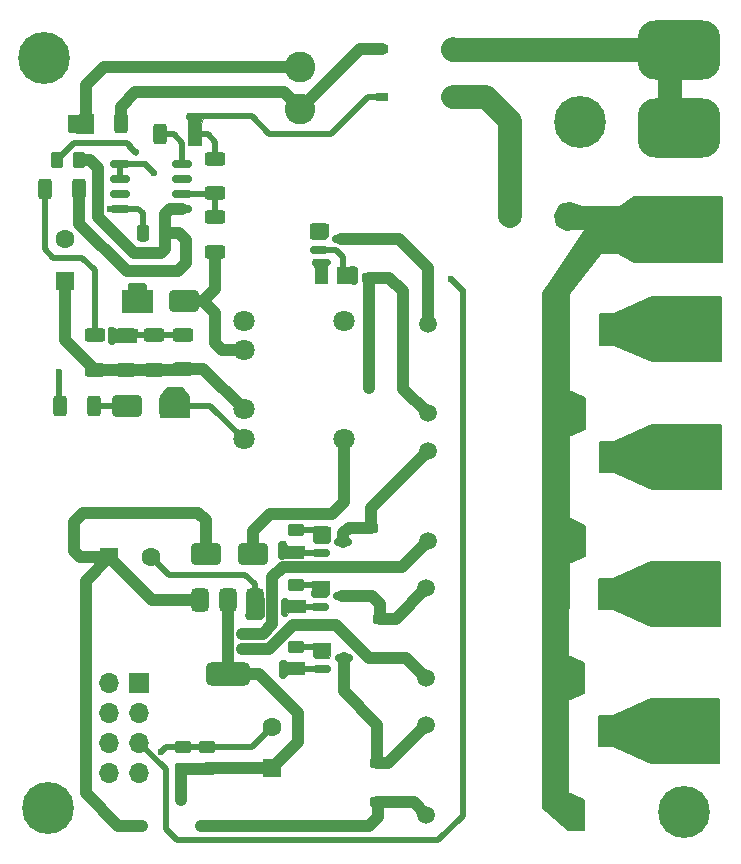
<source format=gtl>
G04 #@! TF.GenerationSoftware,KiCad,Pcbnew,8.0.2-8.0.2-0~ubuntu22.04.1*
G04 #@! TF.CreationDate,2024-05-24T15:40:40+07:00*
G04 #@! TF.ProjectId,PCB_design,5043425f-6465-4736-9967-6e2e6b696361,rev?*
G04 #@! TF.SameCoordinates,Original*
G04 #@! TF.FileFunction,Copper,L1,Top*
G04 #@! TF.FilePolarity,Positive*
%FSLAX46Y46*%
G04 Gerber Fmt 4.6, Leading zero omitted, Abs format (unit mm)*
G04 Created by KiCad (PCBNEW 8.0.2-8.0.2-0~ubuntu22.04.1) date 2024-05-24 15:40:40*
%MOMM*%
%LPD*%
G01*
G04 APERTURE LIST*
G04 Aperture macros list*
%AMRoundRect*
0 Rectangle with rounded corners*
0 $1 Rounding radius*
0 $2 $3 $4 $5 $6 $7 $8 $9 X,Y pos of 4 corners*
0 Add a 4 corners polygon primitive as box body*
4,1,4,$2,$3,$4,$5,$6,$7,$8,$9,$2,$3,0*
0 Add four circle primitives for the rounded corners*
1,1,$1+$1,$2,$3*
1,1,$1+$1,$4,$5*
1,1,$1+$1,$6,$7*
1,1,$1+$1,$8,$9*
0 Add four rect primitives between the rounded corners*
20,1,$1+$1,$2,$3,$4,$5,0*
20,1,$1+$1,$4,$5,$6,$7,0*
20,1,$1+$1,$6,$7,$8,$9,0*
20,1,$1+$1,$8,$9,$2,$3,0*%
G04 Aperture macros list end*
G04 #@! TA.AperFunction,Conductor*
%ADD10C,0.010000*%
G04 #@! TD*
G04 #@! TA.AperFunction,Conductor*
%ADD11C,0.200000*%
G04 #@! TD*
G04 #@! TA.AperFunction,SMDPad,CuDef*
%ADD12RoundRect,0.250000X0.262500X0.450000X-0.262500X0.450000X-0.262500X-0.450000X0.262500X-0.450000X0*%
G04 #@! TD*
G04 #@! TA.AperFunction,SMDPad,CuDef*
%ADD13RoundRect,0.225000X0.375000X-0.225000X0.375000X0.225000X-0.375000X0.225000X-0.375000X-0.225000X0*%
G04 #@! TD*
G04 #@! TA.AperFunction,SMDPad,CuDef*
%ADD14RoundRect,0.250000X-0.475000X0.250000X-0.475000X-0.250000X0.475000X-0.250000X0.475000X0.250000X0*%
G04 #@! TD*
G04 #@! TA.AperFunction,SMDPad,CuDef*
%ADD15RoundRect,0.250000X-0.312500X-0.625000X0.312500X-0.625000X0.312500X0.625000X-0.312500X0.625000X0*%
G04 #@! TD*
G04 #@! TA.AperFunction,ComponentPad*
%ADD16C,0.700000*%
G04 #@! TD*
G04 #@! TA.AperFunction,ComponentPad*
%ADD17RoundRect,1.500000X2.000000X-1.000000X2.000000X1.000000X-2.000000X1.000000X-2.000000X-1.000000X0*%
G04 #@! TD*
G04 #@! TA.AperFunction,SMDPad,CuDef*
%ADD18RoundRect,0.250000X0.450000X-0.262500X0.450000X0.262500X-0.450000X0.262500X-0.450000X-0.262500X0*%
G04 #@! TD*
G04 #@! TA.AperFunction,ComponentPad*
%ADD19C,4.400000*%
G04 #@! TD*
G04 #@! TA.AperFunction,ComponentPad*
%ADD20C,1.600000*%
G04 #@! TD*
G04 #@! TA.AperFunction,ComponentPad*
%ADD21R,1.600000X1.600000*%
G04 #@! TD*
G04 #@! TA.AperFunction,SMDPad,CuDef*
%ADD22RoundRect,0.150000X0.675000X0.150000X-0.675000X0.150000X-0.675000X-0.150000X0.675000X-0.150000X0*%
G04 #@! TD*
G04 #@! TA.AperFunction,ComponentPad*
%ADD23C,1.500000*%
G04 #@! TD*
G04 #@! TA.AperFunction,ComponentPad*
%ADD24R,1.000000X2.400000*%
G04 #@! TD*
G04 #@! TA.AperFunction,ComponentPad*
%ADD25C,1.524000*%
G04 #@! TD*
G04 #@! TA.AperFunction,SMDPad,CuDef*
%ADD26RoundRect,0.250000X-1.000000X-0.650000X1.000000X-0.650000X1.000000X0.650000X-1.000000X0.650000X0*%
G04 #@! TD*
G04 #@! TA.AperFunction,SMDPad,CuDef*
%ADD27RoundRect,0.250000X0.625000X-0.312500X0.625000X0.312500X-0.625000X0.312500X-0.625000X-0.312500X0*%
G04 #@! TD*
G04 #@! TA.AperFunction,ComponentPad*
%ADD28C,2.000000*%
G04 #@! TD*
G04 #@! TA.AperFunction,SMDPad,CuDef*
%ADD29RoundRect,0.150000X-0.587500X-0.150000X0.587500X-0.150000X0.587500X0.150000X-0.587500X0.150000X0*%
G04 #@! TD*
G04 #@! TA.AperFunction,ComponentPad*
%ADD30O,1.700000X1.700000*%
G04 #@! TD*
G04 #@! TA.AperFunction,ComponentPad*
%ADD31R,1.700000X1.700000*%
G04 #@! TD*
G04 #@! TA.AperFunction,ComponentPad*
%ADD32C,2.600000*%
G04 #@! TD*
G04 #@! TA.AperFunction,SMDPad,CuDef*
%ADD33RoundRect,0.375000X-0.375000X0.625000X-0.375000X-0.625000X0.375000X-0.625000X0.375000X0.625000X0*%
G04 #@! TD*
G04 #@! TA.AperFunction,SMDPad,CuDef*
%ADD34RoundRect,0.500000X-1.400000X0.500000X-1.400000X-0.500000X1.400000X-0.500000X1.400000X0.500000X0*%
G04 #@! TD*
G04 #@! TA.AperFunction,SMDPad,CuDef*
%ADD35RoundRect,0.250000X-0.625000X0.312500X-0.625000X-0.312500X0.625000X-0.312500X0.625000X0.312500X0*%
G04 #@! TD*
G04 #@! TA.AperFunction,SMDPad,CuDef*
%ADD36RoundRect,0.250000X0.312500X0.625000X-0.312500X0.625000X-0.312500X-0.625000X0.312500X-0.625000X0*%
G04 #@! TD*
G04 #@! TA.AperFunction,SMDPad,CuDef*
%ADD37RoundRect,0.250000X-0.450000X0.262500X-0.450000X-0.262500X0.450000X-0.262500X0.450000X0.262500X0*%
G04 #@! TD*
G04 #@! TA.AperFunction,SMDPad,CuDef*
%ADD38RoundRect,0.250000X0.650000X-0.325000X0.650000X0.325000X-0.650000X0.325000X-0.650000X-0.325000X0*%
G04 #@! TD*
G04 #@! TA.AperFunction,ComponentPad*
%ADD39C,1.800000*%
G04 #@! TD*
G04 #@! TA.AperFunction,SMDPad,CuDef*
%ADD40R,1.000000X0.700000*%
G04 #@! TD*
G04 #@! TA.AperFunction,SMDPad,CuDef*
%ADD41RoundRect,0.250000X0.250000X0.475000X-0.250000X0.475000X-0.250000X-0.475000X0.250000X-0.475000X0*%
G04 #@! TD*
G04 #@! TA.AperFunction,ViaPad*
%ADD42C,0.600000*%
G04 #@! TD*
G04 #@! TA.AperFunction,ViaPad*
%ADD43C,1.000000*%
G04 #@! TD*
G04 #@! TA.AperFunction,Conductor*
%ADD44C,0.500000*%
G04 #@! TD*
G04 #@! TA.AperFunction,Conductor*
%ADD45C,1.000000*%
G04 #@! TD*
G04 #@! TA.AperFunction,Conductor*
%ADD46C,2.000000*%
G04 #@! TD*
G04 APERTURE END LIST*
D10*
X130675000Y-56060000D02*
X130675000Y-57260000D01*
X130500000Y-57410000D01*
X130325000Y-57410000D01*
X130175000Y-57360000D01*
X129000000Y-57360000D01*
X129000000Y-55960000D01*
X130050000Y-55960000D01*
X130100000Y-55935000D01*
X130475000Y-55935000D01*
X130675000Y-56060000D01*
G04 #@! TA.AperFunction,Conductor*
G36*
X130675000Y-56060000D02*
G01*
X130675000Y-57260000D01*
X130500000Y-57410000D01*
X130325000Y-57410000D01*
X130175000Y-57360000D01*
X129000000Y-57360000D01*
X129000000Y-55960000D01*
X130050000Y-55960000D01*
X130100000Y-55935000D01*
X130475000Y-55935000D01*
X130675000Y-56060000D01*
G37*
G04 #@! TD.AperFunction*
X128275000Y-55310000D02*
X128400000Y-55485000D01*
X128400000Y-55660000D01*
X128375000Y-55760000D01*
X128200000Y-55885000D01*
X128200000Y-57360000D01*
X127175000Y-57360000D01*
X127175000Y-56135000D01*
X127100000Y-55885000D01*
X126925000Y-55760000D01*
X126925000Y-55535000D01*
X126975000Y-55385000D01*
X127125000Y-55285000D01*
X128200000Y-55285000D01*
X128275000Y-55310000D01*
G04 #@! TA.AperFunction,Conductor*
G36*
X128275000Y-55310000D02*
G01*
X128400000Y-55485000D01*
X128400000Y-55660000D01*
X128375000Y-55760000D01*
X128200000Y-55885000D01*
X128200000Y-57360000D01*
X127175000Y-57360000D01*
X127175000Y-56135000D01*
X127100000Y-55885000D01*
X126925000Y-55760000D01*
X126925000Y-55535000D01*
X126975000Y-55385000D01*
X127125000Y-55285000D01*
X128200000Y-55285000D01*
X128275000Y-55310000D01*
G37*
G04 #@! TD.AperFunction*
X128225000Y-53260000D02*
X128150000Y-53485000D01*
X128000000Y-53635000D01*
X126875000Y-53635000D01*
X126725000Y-53485000D01*
X126700000Y-53360000D01*
X126700000Y-52985000D01*
X126725000Y-52885000D01*
X126725000Y-52335000D01*
X128225000Y-52335000D01*
X128225000Y-53260000D01*
G04 #@! TA.AperFunction,Conductor*
G36*
X128225000Y-53260000D02*
G01*
X128150000Y-53485000D01*
X128000000Y-53635000D01*
X126875000Y-53635000D01*
X126725000Y-53485000D01*
X126700000Y-53360000D01*
X126700000Y-52985000D01*
X126725000Y-52885000D01*
X126725000Y-52335000D01*
X128225000Y-52335000D01*
X128225000Y-53260000D01*
G37*
G04 #@! TD.AperFunction*
X108350000Y-44685000D02*
X107275000Y-44685000D01*
X106600000Y-44585000D01*
X106400000Y-44585000D01*
X106250000Y-44485000D01*
X106200000Y-44360000D01*
X106200000Y-43285000D01*
X106300000Y-43160000D01*
X106425000Y-43110000D01*
X107075000Y-43110000D01*
X107275000Y-43010000D01*
X108350000Y-43010000D01*
X108350000Y-44685000D01*
G04 #@! TA.AperFunction,Conductor*
G36*
X108350000Y-44685000D02*
G01*
X107275000Y-44685000D01*
X106600000Y-44585000D01*
X106400000Y-44585000D01*
X106250000Y-44485000D01*
X106200000Y-44360000D01*
X106200000Y-43285000D01*
X106300000Y-43160000D01*
X106425000Y-43110000D01*
X107075000Y-43110000D01*
X107275000Y-43010000D01*
X108350000Y-43010000D01*
X108350000Y-44685000D01*
G37*
G04 #@! TD.AperFunction*
X117700000Y-43085000D02*
X117700000Y-43360000D01*
X117525000Y-43860000D01*
X117525000Y-45635000D01*
X116400000Y-45635000D01*
X116400000Y-43560000D01*
X116225000Y-43410000D01*
X116225000Y-43135000D01*
X116400000Y-42935000D01*
X117550000Y-42935000D01*
X117700000Y-43085000D01*
G04 #@! TA.AperFunction,Conductor*
G36*
X117700000Y-43085000D02*
G01*
X117700000Y-43360000D01*
X117525000Y-43860000D01*
X117525000Y-45635000D01*
X116400000Y-45635000D01*
X116400000Y-43560000D01*
X116225000Y-43410000D01*
X116225000Y-43135000D01*
X116400000Y-42935000D01*
X117550000Y-42935000D01*
X117700000Y-43085000D01*
G37*
G04 #@! TD.AperFunction*
X112675000Y-57360000D02*
X112800000Y-57485000D01*
X112800000Y-57985000D01*
X113325000Y-57985000D01*
X113325000Y-59785000D01*
X110800000Y-59785000D01*
X110800000Y-57985000D01*
X111325000Y-57985000D01*
X111325000Y-57585000D01*
X111350000Y-57460000D01*
X111500000Y-57335000D01*
X112575000Y-57335000D01*
X112675000Y-57360000D01*
G04 #@! TA.AperFunction,Conductor*
G36*
X112675000Y-57360000D02*
G01*
X112800000Y-57485000D01*
X112800000Y-57985000D01*
X113325000Y-57985000D01*
X113325000Y-59785000D01*
X110800000Y-59785000D01*
X110800000Y-57985000D01*
X111325000Y-57985000D01*
X111325000Y-57585000D01*
X111350000Y-57460000D01*
X111500000Y-57335000D01*
X112575000Y-57335000D01*
X112675000Y-57360000D01*
G37*
G04 #@! TD.AperFunction*
X124850000Y-84185000D02*
X126325000Y-84185000D01*
X126325000Y-85235000D01*
X124875000Y-85235000D01*
X124775000Y-85435000D01*
X124625000Y-85510000D01*
X124450000Y-85510000D01*
X124300000Y-85410000D01*
X124250000Y-85285000D01*
X124250000Y-84235000D01*
X124350000Y-84085000D01*
X124475000Y-84035000D01*
X124700000Y-84035000D01*
X124850000Y-84185000D01*
G04 #@! TA.AperFunction,Conductor*
G36*
X124850000Y-84185000D02*
G01*
X126325000Y-84185000D01*
X126325000Y-85235000D01*
X124875000Y-85235000D01*
X124775000Y-85435000D01*
X124625000Y-85510000D01*
X124450000Y-85510000D01*
X124300000Y-85410000D01*
X124250000Y-85285000D01*
X124250000Y-84235000D01*
X124350000Y-84085000D01*
X124475000Y-84035000D01*
X124700000Y-84035000D01*
X124850000Y-84185000D01*
G37*
G04 #@! TD.AperFunction*
X124700000Y-89435000D02*
X126200000Y-89435000D01*
X126200000Y-90485000D01*
X124750000Y-90485000D01*
X124675000Y-90635000D01*
X124525000Y-90760000D01*
X124250000Y-90760000D01*
X124100000Y-90585000D01*
X124100000Y-89485000D01*
X124125000Y-89410000D01*
X124250000Y-89285000D01*
X124600000Y-89285000D01*
X124700000Y-89435000D01*
G04 #@! TA.AperFunction,Conductor*
G36*
X124700000Y-89435000D02*
G01*
X126200000Y-89435000D01*
X126200000Y-90485000D01*
X124750000Y-90485000D01*
X124675000Y-90635000D01*
X124525000Y-90760000D01*
X124250000Y-90760000D01*
X124100000Y-90585000D01*
X124100000Y-89485000D01*
X124125000Y-89410000D01*
X124250000Y-89285000D01*
X124600000Y-89285000D01*
X124700000Y-89435000D01*
G37*
G04 #@! TD.AperFunction*
X124750000Y-79585000D02*
X126200000Y-79585000D01*
X126175000Y-80635000D01*
X124550000Y-80635000D01*
X124425000Y-80685000D01*
X124175000Y-80685000D01*
X124050000Y-80510000D01*
X124025000Y-80485000D01*
X124025000Y-79410000D01*
X124175000Y-79185000D01*
X124600000Y-79185000D01*
X124750000Y-79585000D01*
G04 #@! TA.AperFunction,Conductor*
G36*
X124750000Y-79585000D02*
G01*
X126200000Y-79585000D01*
X126175000Y-80635000D01*
X124550000Y-80635000D01*
X124425000Y-80685000D01*
X124175000Y-80685000D01*
X124050000Y-80510000D01*
X124025000Y-80485000D01*
X124025000Y-79410000D01*
X124175000Y-79185000D01*
X124600000Y-79185000D01*
X124750000Y-79585000D01*
G37*
G04 #@! TD.AperFunction*
X122800000Y-85510000D02*
X122650000Y-85735000D01*
X122550000Y-85785000D01*
X121500000Y-85785000D01*
X121325000Y-85710000D01*
X121250000Y-85485000D01*
X121300000Y-85260000D01*
X121300000Y-84010000D01*
X122800000Y-84010000D01*
X122800000Y-85510000D01*
G04 #@! TA.AperFunction,Conductor*
G36*
X122800000Y-85510000D02*
G01*
X122650000Y-85735000D01*
X122550000Y-85785000D01*
X121500000Y-85785000D01*
X121325000Y-85710000D01*
X121250000Y-85485000D01*
X121300000Y-85260000D01*
X121300000Y-84010000D01*
X122800000Y-84010000D01*
X122800000Y-85510000D01*
G37*
G04 #@! TD.AperFunction*
X128425000Y-79135000D02*
X128350000Y-79260000D01*
X128250000Y-79335000D01*
X127125000Y-79335000D01*
X127000000Y-79235000D01*
X126950000Y-79110000D01*
X126950000Y-78785000D01*
X126975000Y-78660000D01*
X126975000Y-77985000D01*
X128425000Y-77985000D01*
X128425000Y-79135000D01*
G04 #@! TA.AperFunction,Conductor*
G36*
X128425000Y-79135000D02*
G01*
X128350000Y-79260000D01*
X128250000Y-79335000D01*
X127125000Y-79335000D01*
X127000000Y-79235000D01*
X126950000Y-79110000D01*
X126950000Y-78785000D01*
X126975000Y-78660000D01*
X126975000Y-77985000D01*
X128425000Y-77985000D01*
X128425000Y-79135000D01*
G37*
G04 #@! TD.AperFunction*
X128325000Y-83485000D02*
X128300000Y-83710000D01*
X128200000Y-83860000D01*
X128075000Y-83910000D01*
X126975000Y-83910000D01*
X126850000Y-83760000D01*
X126800000Y-83560000D01*
X126875000Y-83235000D01*
X126875000Y-82585000D01*
X128325000Y-82585000D01*
X128325000Y-83485000D01*
G04 #@! TA.AperFunction,Conductor*
G36*
X128325000Y-83485000D02*
G01*
X128300000Y-83710000D01*
X128200000Y-83860000D01*
X128075000Y-83910000D01*
X126975000Y-83910000D01*
X126850000Y-83760000D01*
X126800000Y-83560000D01*
X126875000Y-83235000D01*
X126875000Y-82585000D01*
X128325000Y-82585000D01*
X128325000Y-83485000D01*
G37*
G04 #@! TD.AperFunction*
X128450000Y-88860000D02*
X128325000Y-89060000D01*
X128175000Y-89110000D01*
X127150000Y-89110000D01*
X126950000Y-88960000D01*
X126950000Y-88560000D01*
X127000000Y-88435000D01*
X127000000Y-87835000D01*
X128450000Y-87835000D01*
X128450000Y-88860000D01*
G04 #@! TA.AperFunction,Conductor*
G36*
X128450000Y-88860000D02*
G01*
X128325000Y-89060000D01*
X128175000Y-89110000D01*
X127150000Y-89110000D01*
X126950000Y-88960000D01*
X126950000Y-88560000D01*
X127000000Y-88435000D01*
X127000000Y-87835000D01*
X128450000Y-87835000D01*
X128450000Y-88860000D01*
G37*
G04 #@! TD.AperFunction*
X116450000Y-66935000D02*
X116500000Y-67035000D01*
X116500000Y-68385000D01*
X116500000Y-68660000D01*
X114000800Y-68655600D01*
X114000800Y-66928400D01*
X114610400Y-66166400D01*
X115880400Y-66166400D01*
X116450000Y-66935000D01*
G04 #@! TA.AperFunction,Conductor*
G36*
X116450000Y-66935000D02*
G01*
X116500000Y-67035000D01*
X116500000Y-68385000D01*
X116500000Y-68660000D01*
X114000800Y-68655600D01*
X114000800Y-66928400D01*
X114610400Y-66166400D01*
X115880400Y-66166400D01*
X116450000Y-66935000D01*
G37*
G04 #@! TD.AperFunction*
D11*
X161390000Y-97990000D02*
X155590000Y-97990000D01*
X152390000Y-96590000D01*
X151190000Y-96590000D01*
X151190000Y-93990000D01*
X152390000Y-93990000D01*
X155590000Y-92590000D01*
X161390000Y-92590000D01*
X161390000Y-97990000D01*
G04 #@! TA.AperFunction,Conductor*
G36*
X161390000Y-97990000D02*
G01*
X155590000Y-97990000D01*
X152390000Y-96590000D01*
X151190000Y-96590000D01*
X151190000Y-93990000D01*
X152390000Y-93990000D01*
X155590000Y-92590000D01*
X161390000Y-92590000D01*
X161390000Y-97990000D01*
G37*
G04 #@! TD.AperFunction*
X161644707Y-55569953D02*
X154184707Y-55579953D01*
X152794707Y-54829953D01*
X151394707Y-54849953D01*
X148694707Y-58289953D01*
X148694707Y-66489953D01*
X146494707Y-66289953D01*
X146494707Y-58186441D01*
X150060000Y-52750000D01*
X149080000Y-52750000D01*
X148390000Y-52860000D01*
X147680000Y-52450000D01*
X147440000Y-51630000D01*
X147890000Y-50760000D01*
X148700000Y-50540000D01*
X149740000Y-50930000D01*
X151374707Y-50929953D01*
X152964707Y-50929953D01*
X154194707Y-50109953D01*
X161634707Y-50099953D01*
X161644707Y-55569953D01*
G04 #@! TA.AperFunction,Conductor*
G36*
X161644707Y-55569953D02*
G01*
X154184707Y-55579953D01*
X152794707Y-54829953D01*
X151394707Y-54849953D01*
X148694707Y-58289953D01*
X148694707Y-66489953D01*
X146494707Y-66289953D01*
X146494707Y-58186441D01*
X150060000Y-52750000D01*
X149080000Y-52750000D01*
X148390000Y-52860000D01*
X147680000Y-52450000D01*
X147440000Y-51630000D01*
X147890000Y-50760000D01*
X148700000Y-50540000D01*
X149740000Y-50930000D01*
X151374707Y-50929953D01*
X152964707Y-50929953D01*
X154194707Y-50109953D01*
X161634707Y-50099953D01*
X161644707Y-55569953D01*
G37*
G04 #@! TD.AperFunction*
X149894707Y-89489953D02*
X149894707Y-92089953D01*
X148594707Y-92689953D01*
X148594707Y-88889953D01*
X149894707Y-89489953D01*
G04 #@! TA.AperFunction,Conductor*
G36*
X149894707Y-89489953D02*
G01*
X149894707Y-92089953D01*
X148594707Y-92689953D01*
X148594707Y-88889953D01*
X149894707Y-89489953D01*
G37*
G04 #@! TD.AperFunction*
X161504426Y-74771311D02*
X155704426Y-74771311D01*
X152504426Y-73371311D01*
X151304426Y-73371311D01*
X151304426Y-70771311D01*
X152504426Y-70771311D01*
X155704426Y-69371311D01*
X161504426Y-69371311D01*
X161504426Y-74771311D01*
G04 #@! TA.AperFunction,Conductor*
G36*
X161504426Y-74771311D02*
G01*
X155704426Y-74771311D01*
X152504426Y-73371311D01*
X151304426Y-73371311D01*
X151304426Y-70771311D01*
X152504426Y-70771311D01*
X155704426Y-69371311D01*
X161504426Y-69371311D01*
X161504426Y-74771311D01*
G37*
G04 #@! TD.AperFunction*
D10*
X110267000Y-61213400D02*
X112045000Y-61213400D01*
X112019600Y-62356400D01*
X110241600Y-62381800D01*
X110063800Y-62508800D01*
X109784400Y-62508800D01*
X109632000Y-62305600D01*
X109632000Y-61188000D01*
X109784400Y-61035600D01*
X110089200Y-61035600D01*
X110267000Y-61213400D01*
G04 #@! TA.AperFunction,Conductor*
G36*
X110267000Y-61213400D02*
G01*
X112045000Y-61213400D01*
X112019600Y-62356400D01*
X110241600Y-62381800D01*
X110063800Y-62508800D01*
X109784400Y-62508800D01*
X109632000Y-62305600D01*
X109632000Y-61188000D01*
X109784400Y-61035600D01*
X110089200Y-61035600D01*
X110267000Y-61213400D01*
G37*
G04 #@! TD.AperFunction*
D11*
X149994707Y-77889953D02*
X149994707Y-80489953D01*
X148694707Y-81089953D01*
X148694707Y-77289953D01*
X149994707Y-77889953D01*
G04 #@! TA.AperFunction,Conductor*
G36*
X149994707Y-77889953D02*
G01*
X149994707Y-80489953D01*
X148694707Y-81089953D01*
X148694707Y-77289953D01*
X149994707Y-77889953D01*
G37*
G04 #@! TD.AperFunction*
X149894707Y-101089953D02*
X149894707Y-103689953D01*
X148594707Y-103689953D01*
X148594707Y-100489953D01*
X149894707Y-101089953D01*
G04 #@! TA.AperFunction,Conductor*
G36*
X149894707Y-101089953D02*
G01*
X149894707Y-103689953D01*
X148594707Y-103689953D01*
X148594707Y-100489953D01*
X149894707Y-101089953D01*
G37*
G04 #@! TD.AperFunction*
X161504426Y-63971311D02*
X155704426Y-63971311D01*
X152504426Y-62571311D01*
X151304426Y-62571311D01*
X151304426Y-59971311D01*
X152504426Y-59971311D01*
X155704426Y-58571311D01*
X161504426Y-58571311D01*
X161504426Y-63971311D01*
G04 #@! TA.AperFunction,Conductor*
G36*
X161504426Y-63971311D02*
G01*
X155704426Y-63971311D01*
X152504426Y-62571311D01*
X151304426Y-62571311D01*
X151304426Y-59971311D01*
X152504426Y-59971311D01*
X155704426Y-58571311D01*
X161504426Y-58571311D01*
X161504426Y-63971311D01*
G37*
G04 #@! TD.AperFunction*
X148694707Y-66489953D02*
X148694707Y-81089953D01*
X148594707Y-88889953D01*
X148594707Y-103689953D01*
X146494707Y-101789953D01*
X146494707Y-66289953D01*
X148694707Y-66489953D01*
G04 #@! TA.AperFunction,Conductor*
G36*
X148694707Y-66489953D02*
G01*
X148694707Y-81089953D01*
X148594707Y-88889953D01*
X148594707Y-103689953D01*
X146494707Y-101789953D01*
X146494707Y-66289953D01*
X148694707Y-66489953D01*
G37*
G04 #@! TD.AperFunction*
X161404426Y-86371311D02*
X155604426Y-86371311D01*
X152404426Y-84971311D01*
X151204426Y-84971311D01*
X151204426Y-82371311D01*
X152404426Y-82371311D01*
X155604426Y-80971311D01*
X161404426Y-80971311D01*
X161404426Y-86371311D01*
G04 #@! TA.AperFunction,Conductor*
G36*
X161404426Y-86371311D02*
G01*
X155604426Y-86371311D01*
X152404426Y-84971311D01*
X151204426Y-84971311D01*
X151204426Y-82371311D01*
X152404426Y-82371311D01*
X155604426Y-80971311D01*
X161404426Y-80971311D01*
X161404426Y-86371311D01*
G37*
G04 #@! TD.AperFunction*
X149994707Y-67089953D02*
X149994707Y-69689953D01*
X148694707Y-70289953D01*
X148694707Y-66489953D01*
X149994707Y-67089953D01*
G04 #@! TA.AperFunction,Conductor*
G36*
X149994707Y-67089953D02*
G01*
X149994707Y-69689953D01*
X148694707Y-70289953D01*
X148694707Y-66489953D01*
X149994707Y-67089953D01*
G37*
G04 #@! TD.AperFunction*
D12*
X105337500Y-46902651D03*
X107162500Y-46902651D03*
D13*
X132670000Y-85760000D03*
X132670000Y-89060000D03*
D14*
X118000000Y-98500000D03*
X118000000Y-96600000D03*
D15*
X108462500Y-67750000D03*
X105537500Y-67750000D03*
D16*
X160220000Y-36410000D03*
X160220000Y-37610000D03*
D17*
X157970000Y-37610000D03*
D16*
X160220000Y-38810000D03*
D18*
X125500000Y-84712500D03*
X125500000Y-82887500D03*
D16*
X151210000Y-43730000D03*
X150726726Y-44896726D03*
X150726726Y-42563274D03*
X149560000Y-45380000D03*
D19*
X149560000Y-43730000D03*
D16*
X149560000Y-42080000D03*
X148393274Y-44896726D03*
X148393274Y-42563274D03*
X147910000Y-43730000D03*
D13*
X131700000Y-53600000D03*
X131700000Y-56900000D03*
D18*
X125500000Y-88137500D03*
X125500000Y-89962500D03*
D20*
X106000000Y-53652651D03*
D21*
X106000000Y-57152651D03*
D22*
X110675000Y-51055000D03*
X110675000Y-49785000D03*
X110675000Y-48515000D03*
X110675000Y-47245000D03*
X115925000Y-47245000D03*
X115925000Y-48515000D03*
X115925000Y-49785000D03*
X115925000Y-51055000D03*
D23*
X136690000Y-71590000D03*
X136690000Y-79190000D03*
D24*
X151930000Y-72090000D03*
X149390000Y-79190000D03*
D25*
X143630000Y-37610000D03*
X143630000Y-47610000D03*
D26*
X115250000Y-67750000D03*
X111250000Y-67750000D03*
D27*
X115950000Y-61725000D03*
X115950000Y-64650000D03*
D28*
X143620000Y-51710000D03*
X148620000Y-51710000D03*
D26*
X116060000Y-58890000D03*
X112060000Y-58890000D03*
D13*
X132440000Y-98030000D03*
X132440000Y-101330000D03*
D29*
X129450000Y-83850000D03*
X127575000Y-84800000D03*
X127575000Y-82900000D03*
D30*
X109750000Y-98870000D03*
X112290000Y-98870000D03*
X109750000Y-96330000D03*
X112290000Y-96330000D03*
X109750000Y-93790000D03*
X112290000Y-93790000D03*
X109750000Y-91250000D03*
D31*
X112290000Y-91250000D03*
D27*
X113500000Y-61787500D03*
X113500000Y-64712500D03*
D18*
X125500000Y-78287500D03*
X125500000Y-80112500D03*
D23*
X136590000Y-83190000D03*
X136590000Y-90790000D03*
D24*
X151830000Y-83690000D03*
X149290000Y-90790000D03*
D32*
X125920000Y-39090000D03*
X125920000Y-42590000D03*
D16*
X160220000Y-43010000D03*
X160220000Y-44210000D03*
D17*
X157970000Y-44210000D03*
D16*
X160220000Y-45410000D03*
D29*
X129550000Y-79250000D03*
X127675000Y-80200000D03*
X127675000Y-78300000D03*
D27*
X118700000Y-51787500D03*
X118700000Y-54712500D03*
D16*
X105825000Y-38285000D03*
X105341726Y-39451726D03*
X105341726Y-37118274D03*
X104175000Y-39935000D03*
D19*
X104175000Y-38285000D03*
D16*
X104175000Y-36635000D03*
X103008274Y-39451726D03*
X103008274Y-37118274D03*
X102525000Y-38285000D03*
D29*
X129587500Y-89087500D03*
X127712500Y-90037500D03*
X127712500Y-88137500D03*
D16*
X159990000Y-82490000D03*
X159990000Y-83690000D03*
D17*
X157740000Y-83690000D03*
D16*
X159990000Y-84890000D03*
D15*
X107175000Y-49402651D03*
X104250000Y-49402651D03*
D33*
X117450000Y-84150000D03*
D34*
X119750000Y-90450000D03*
D33*
X119750000Y-84150000D03*
X122050000Y-84150000D03*
D27*
X108500000Y-61787500D03*
X108500000Y-64712500D03*
D12*
X127687500Y-56650000D03*
X129512500Y-56650000D03*
D29*
X129350000Y-53600000D03*
X127475000Y-54550000D03*
X127475000Y-52650000D03*
D20*
X123500000Y-94952651D03*
D21*
X123500000Y-98452651D03*
D35*
X118700000Y-49762500D03*
X118700000Y-46837500D03*
D23*
X136690000Y-60790000D03*
X136690000Y-68390000D03*
D24*
X151930000Y-61290000D03*
X149390000Y-68390000D03*
D16*
X160090000Y-60090000D03*
X160090000Y-61290000D03*
D17*
X157840000Y-61290000D03*
D16*
X160090000Y-62490000D03*
D36*
X114037500Y-44750000D03*
X116962500Y-44750000D03*
D37*
X116000000Y-98462500D03*
X116000000Y-96637500D03*
D16*
X160050000Y-102120000D03*
X159566726Y-103286726D03*
X159566726Y-100953274D03*
X158400000Y-103770000D03*
D19*
X158400000Y-102120000D03*
D16*
X158400000Y-100470000D03*
X157233274Y-103286726D03*
X157233274Y-100953274D03*
X156750000Y-102120000D03*
D38*
X111150000Y-61787500D03*
X111150000Y-64737500D03*
D36*
X107787500Y-43800000D03*
X110712500Y-43800000D03*
D16*
X106170000Y-101800000D03*
X105686726Y-102966726D03*
X105686726Y-100633274D03*
X104520000Y-103450000D03*
D19*
X104520000Y-101800000D03*
D16*
X104520000Y-100150000D03*
X103353274Y-102966726D03*
X103353274Y-100633274D03*
X102870000Y-101800000D03*
D23*
X136590000Y-94790000D03*
X136590000Y-102390000D03*
D24*
X151830000Y-95290000D03*
X149290000Y-102390000D03*
D26*
X121897349Y-80300000D03*
X117897349Y-80300000D03*
D16*
X160160000Y-51630000D03*
X160160000Y-52830000D03*
D17*
X157910000Y-52830000D03*
D16*
X160160000Y-54030000D03*
X159990000Y-94090000D03*
X159990000Y-95290000D03*
D17*
X157740000Y-95290000D03*
D16*
X159990000Y-96490000D03*
D39*
X121100000Y-60550000D03*
X121100000Y-63050000D03*
X129600000Y-60550000D03*
X129600000Y-70550000D03*
X121100000Y-70550000D03*
X121100000Y-68050000D03*
D13*
X131850000Y-78100000D03*
X131850000Y-81400000D03*
D40*
X138795000Y-37580000D03*
X138795000Y-41580000D03*
X132845000Y-41580000D03*
X132845000Y-37580000D03*
D16*
X160090000Y-70890000D03*
X160090000Y-72090000D03*
D17*
X157840000Y-72090000D03*
D16*
X160090000Y-73290000D03*
D41*
X112550000Y-53100000D03*
X114450000Y-53100000D03*
D20*
X113250000Y-80550000D03*
D21*
X109750000Y-80550000D03*
D42*
X130375000Y-57107500D03*
X130375000Y-56235000D03*
X127225000Y-55585000D03*
X128097500Y-55585000D03*
X127002500Y-53335000D03*
X127875000Y-53335000D03*
X106500000Y-44285000D03*
X106500000Y-43412500D03*
X116527500Y-43235000D03*
X117400000Y-43235000D03*
X111627500Y-57635000D03*
X112500000Y-57635000D03*
X124550000Y-85210000D03*
X124575000Y-84360000D03*
X124400000Y-89587500D03*
X124400000Y-90460000D03*
X124350000Y-79512500D03*
X124350000Y-80385000D03*
X121577500Y-85485000D03*
X122450000Y-85485000D03*
X127252500Y-79035000D03*
X128125000Y-79035000D03*
X127127500Y-83610000D03*
X128000000Y-83610000D03*
X127252500Y-88785000D03*
X128125000Y-88785000D03*
D43*
X115825000Y-99635000D03*
D42*
X114090331Y-97069669D03*
X109780000Y-51055000D03*
X110675000Y-51055000D03*
X112750000Y-47250000D03*
X113505000Y-48005000D03*
X112000000Y-46300000D03*
X111480000Y-45780000D03*
D43*
X131700000Y-64250000D03*
X122000000Y-87050000D03*
X111500000Y-103300000D03*
X112500000Y-103300000D03*
X120950000Y-87050000D03*
X117500000Y-103300000D03*
X131700000Y-66260000D03*
X122000000Y-88300000D03*
X118750000Y-103300000D03*
X120950000Y-88300000D03*
D42*
X147060000Y-90410000D03*
X148240000Y-75100000D03*
X149610000Y-56290000D03*
X147750000Y-56840000D03*
X148280000Y-77190000D03*
X147130000Y-92300000D03*
X148270000Y-81560000D03*
X147050000Y-60140000D03*
X148160000Y-98740000D03*
X147120000Y-78210000D03*
X148150000Y-58680000D03*
X151110000Y-52380000D03*
X147170000Y-65510000D03*
X148220000Y-70080000D03*
X147130000Y-88500000D03*
X148140000Y-89390000D03*
X147070000Y-84670000D03*
X147160000Y-82650000D03*
X147160000Y-80370000D03*
X147120000Y-96010000D03*
X147430000Y-101640000D03*
X148300000Y-61640000D03*
X146930000Y-76170000D03*
X148190000Y-85760000D03*
X147100000Y-86800000D03*
X147050000Y-68390000D03*
X153246316Y-51515230D03*
X148300000Y-83720000D03*
X147120000Y-94010000D03*
X147180000Y-63000000D03*
X148070000Y-100500000D03*
X148200000Y-87590000D03*
X148270000Y-79330000D03*
X148120000Y-95070000D03*
X148290000Y-64380000D03*
X147050000Y-97790000D03*
X148180000Y-93250000D03*
X149810000Y-54110000D03*
X152070000Y-54070000D03*
X148150000Y-72690000D03*
X147030000Y-73950000D03*
X148140000Y-66780000D03*
X147010000Y-99590000D03*
X148110000Y-91420000D03*
X148240000Y-96960000D03*
X147070000Y-71460000D03*
X138705000Y-57055000D03*
X139650000Y-58000000D03*
D43*
X115825000Y-101100000D03*
D42*
X115677200Y-66471200D03*
X114804700Y-66471200D03*
X114950000Y-96637500D03*
X109936800Y-62212900D03*
X109936800Y-61340400D03*
X105500000Y-64860000D03*
X105500000Y-66135000D03*
D44*
X112010000Y-46320000D02*
X111490000Y-45800000D01*
X105500000Y-66122500D02*
X105500000Y-64847500D01*
D45*
X120950000Y-87050000D02*
X122750000Y-87050000D01*
X122750000Y-87050000D02*
X123545000Y-86255000D01*
X123545000Y-86255000D02*
X123545000Y-82255000D01*
X123545000Y-82255000D02*
X124400000Y-81400000D01*
X124400000Y-81400000D02*
X131850000Y-81400000D01*
D44*
X111480000Y-45780000D02*
X111200000Y-45500000D01*
X111200000Y-45500000D02*
X106740151Y-45500000D01*
X106740151Y-45500000D02*
X105337500Y-46902651D01*
X115250000Y-67750000D02*
X118300000Y-67750000D01*
X118300000Y-67750000D02*
X121100000Y-70550000D01*
X132845000Y-41580000D02*
X131620000Y-41580000D01*
X131620000Y-41580000D02*
X128480000Y-44720000D01*
X128480000Y-44720000D02*
X123270000Y-44720000D01*
X123270000Y-44720000D02*
X121785000Y-43235000D01*
X121785000Y-43235000D02*
X117400000Y-43235000D01*
X113250000Y-80550000D02*
X114750000Y-82050000D01*
X122050000Y-82850000D02*
X122050000Y-84150000D01*
X114750000Y-82050000D02*
X121250000Y-82050000D01*
X121250000Y-82050000D02*
X122050000Y-82850000D01*
D45*
X115825000Y-101100000D02*
X115825000Y-98637500D01*
X115825000Y-98637500D02*
X115962500Y-98500000D01*
X115962500Y-98500000D02*
X118000000Y-98500000D01*
D44*
X114950000Y-96637500D02*
X114522500Y-96637500D01*
X114522500Y-96637500D02*
X114090331Y-97069669D01*
X114950000Y-96637500D02*
X117962500Y-96637500D01*
X117962500Y-96637500D02*
X118000000Y-96600000D01*
X105500000Y-66135000D02*
X105500000Y-67712500D01*
X105500000Y-67712500D02*
X105537500Y-67750000D01*
X110675000Y-51055000D02*
X112205000Y-51055000D01*
X118050000Y-44750000D02*
X116962500Y-44750000D01*
X109780000Y-51055000D02*
X110675000Y-51055000D01*
X112205000Y-51055000D02*
X112550000Y-51400000D01*
X118700000Y-45400000D02*
X118050000Y-44750000D01*
X118700000Y-46837500D02*
X118700000Y-45400000D01*
X112550000Y-51400000D02*
X112550000Y-53100000D01*
D46*
X157220000Y-37610000D02*
X143630000Y-37610000D01*
X143630000Y-37610000D02*
X138825000Y-37610000D01*
X157220000Y-44210000D02*
X157220000Y-37610000D01*
X138825000Y-37610000D02*
X138795000Y-37580000D01*
X143630000Y-43610000D02*
X141600000Y-41580000D01*
X143630000Y-47610000D02*
X143630000Y-43610000D01*
X143620000Y-47620000D02*
X143630000Y-47610000D01*
X141600000Y-41580000D02*
X138795000Y-41580000D01*
X143620000Y-51710000D02*
X143620000Y-47620000D01*
D45*
X107175000Y-52315000D02*
X111220000Y-56360000D01*
X116220000Y-55650000D02*
X116220000Y-53680000D01*
X115640000Y-53100000D02*
X114450000Y-53100000D01*
X115510000Y-56360000D02*
X116220000Y-55650000D01*
X107175000Y-46915151D02*
X107162500Y-46902651D01*
X107175000Y-49402651D02*
X107175000Y-52315000D01*
X108092651Y-46902651D02*
X108780000Y-47590000D01*
X114450000Y-51500000D02*
X114895000Y-51055000D01*
X108780000Y-47590000D02*
X108780000Y-51800000D01*
X107162500Y-46902651D02*
X108092651Y-46902651D01*
X114450000Y-53100000D02*
X114450000Y-51500000D01*
X108780000Y-51800000D02*
X111810000Y-54830000D01*
X114450000Y-54500000D02*
X114450000Y-53100000D01*
X114120000Y-54830000D02*
X114450000Y-54500000D01*
X111220000Y-56360000D02*
X115510000Y-56360000D01*
X111810000Y-54830000D02*
X114120000Y-54830000D01*
X116220000Y-53680000D02*
X115640000Y-53100000D01*
X114895000Y-51055000D02*
X115925000Y-51055000D01*
X110750000Y-43762500D02*
X110712500Y-43800000D01*
X125920000Y-42590000D02*
X124520000Y-41190000D01*
X110712500Y-42427500D02*
X110712500Y-43800000D01*
X132845000Y-37580000D02*
X130930000Y-37580000D01*
X124520000Y-41190000D02*
X111950000Y-41190000D01*
X111950000Y-41190000D02*
X110712500Y-42427500D01*
X130930000Y-37580000D02*
X125920000Y-42590000D01*
D44*
X111250000Y-67750000D02*
X108462500Y-67750000D01*
X110787500Y-67287500D02*
X111250000Y-67750000D01*
X110675000Y-47245000D02*
X110675000Y-48515000D01*
X112745000Y-47245000D02*
X112750000Y-47250000D01*
X112750000Y-47250000D02*
X113505000Y-48005000D01*
X110675000Y-47245000D02*
X112745000Y-47245000D01*
D45*
X117660000Y-58890000D02*
X118670000Y-59900000D01*
X118670000Y-62410000D02*
X119310000Y-63050000D01*
X117660000Y-58890000D02*
X118700000Y-57850000D01*
X118670000Y-59900000D02*
X118670000Y-62410000D01*
X118700000Y-57850000D02*
X118700000Y-54712500D01*
X116060000Y-58890000D02*
X117660000Y-58890000D01*
X119310000Y-63050000D02*
X121100000Y-63050000D01*
X128550000Y-76950000D02*
X123300000Y-76950000D01*
X129600000Y-75900000D02*
X128550000Y-76950000D01*
X123300000Y-76950000D02*
X121897349Y-78352651D01*
X121897349Y-78352651D02*
X121897349Y-80300000D01*
X129600000Y-70550000D02*
X129600000Y-75900000D01*
X117897349Y-80300000D02*
X117897349Y-77447349D01*
X106750000Y-77550000D02*
X106750000Y-80050000D01*
X125250000Y-86300000D02*
X128940000Y-86300000D01*
X107250000Y-80550000D02*
X109750000Y-80550000D01*
X107500000Y-76800000D02*
X106750000Y-77550000D01*
X134620000Y-66320000D02*
X136690000Y-68390000D01*
X109750000Y-80550000D02*
X113350000Y-84150000D01*
X113350000Y-84150000D02*
X117450000Y-84150000D01*
X134480000Y-81400000D02*
X136690000Y-79190000D01*
X132440000Y-101330000D02*
X132480000Y-101330000D01*
X135530000Y-101330000D02*
X136590000Y-102390000D01*
X134860000Y-89060000D02*
X136590000Y-90790000D01*
X133450000Y-56900000D02*
X134620000Y-58070000D01*
X131760000Y-103300000D02*
X132480000Y-102580000D01*
X123250000Y-88300000D02*
X125250000Y-86300000D01*
X117250000Y-76800000D02*
X107500000Y-76800000D01*
X131700000Y-56900000D02*
X133450000Y-56900000D01*
X106750000Y-80050000D02*
X107250000Y-80550000D01*
X134620000Y-58070000D02*
X134620000Y-66320000D01*
X131700000Y-66260000D02*
X131700000Y-64250000D01*
X120950000Y-88300000D02*
X123250000Y-88300000D01*
X117897349Y-77447349D02*
X117250000Y-76800000D01*
X112500000Y-103300000D02*
X110500000Y-103300000D01*
X107750000Y-100550000D02*
X107750000Y-82550000D01*
X131850000Y-81400000D02*
X134480000Y-81400000D01*
X131700000Y-64250000D02*
X131700000Y-56900000D01*
X132670000Y-89060000D02*
X134860000Y-89060000D01*
X132480000Y-102580000D02*
X132480000Y-101330000D01*
X131700000Y-89060000D02*
X132670000Y-89060000D01*
X107750000Y-82550000D02*
X109750000Y-80550000D01*
X110500000Y-103300000D02*
X107750000Y-100550000D01*
X117500000Y-103300000D02*
X131760000Y-103300000D01*
X128940000Y-86300000D02*
X131700000Y-89060000D01*
X132480000Y-101330000D02*
X135530000Y-101330000D01*
X131700000Y-53600000D02*
X134230000Y-53600000D01*
X136690000Y-56060000D02*
X136690000Y-60790000D01*
X134230000Y-53600000D02*
X136690000Y-56060000D01*
X129350000Y-53600000D02*
X131700000Y-53600000D01*
X131850000Y-78100000D02*
X130000000Y-78100000D01*
X129550000Y-78550000D02*
X129550000Y-79250000D01*
X131850000Y-76430000D02*
X136690000Y-71590000D01*
X131850000Y-78100000D02*
X131850000Y-76430000D01*
X130000000Y-78100000D02*
X129550000Y-78550000D01*
X132670000Y-85760000D02*
X132670000Y-84560000D01*
X134020000Y-85760000D02*
X136590000Y-83190000D01*
X131960000Y-83850000D02*
X129450000Y-83850000D01*
X132670000Y-84560000D02*
X131960000Y-83850000D01*
X132670000Y-85760000D02*
X134020000Y-85760000D01*
X132440000Y-94770000D02*
X129587500Y-91917500D01*
X133350000Y-98030000D02*
X136590000Y-94790000D01*
X132440000Y-98030000D02*
X132440000Y-94770000D01*
X129587500Y-91917500D02*
X129587500Y-89087500D01*
X132440000Y-98030000D02*
X133350000Y-98030000D01*
D44*
X137550000Y-104550000D02*
X115500000Y-104550000D01*
X114500000Y-103550000D02*
X114500000Y-98540000D01*
X139650000Y-58000000D02*
X138705000Y-57055000D01*
X127450000Y-56412500D02*
X127687500Y-56650000D01*
X115500000Y-104550000D02*
X114500000Y-103550000D01*
X139650000Y-102450000D02*
X137550000Y-104550000D01*
X139650000Y-58000000D02*
X139650000Y-102450000D01*
X114500000Y-98540000D02*
X112290000Y-96330000D01*
X125512500Y-82900000D02*
X125500000Y-82887500D01*
X127575000Y-82900000D02*
X125512500Y-82900000D01*
D45*
X119750000Y-90450000D02*
X122400000Y-90450000D01*
X125750000Y-93800000D02*
X125750000Y-96202651D01*
X119750000Y-84150000D02*
X119750000Y-90450000D01*
X122400000Y-90450000D02*
X125750000Y-93800000D01*
X118047349Y-98452651D02*
X118000000Y-98500000D01*
X125750000Y-96202651D02*
X123500000Y-98452651D01*
X123500000Y-98452651D02*
X118047349Y-98452651D01*
D44*
X127712500Y-88137500D02*
X125500000Y-88137500D01*
X127675000Y-78300000D02*
X125512500Y-78300000D01*
X125512500Y-78300000D02*
X125500000Y-78287500D01*
X127575000Y-84800000D02*
X125587500Y-84800000D01*
X121852651Y-96600000D02*
X123500000Y-94952651D01*
X125575000Y-90037500D02*
X125500000Y-89962500D01*
X127712500Y-90037500D02*
X125575000Y-90037500D01*
X128900000Y-54550000D02*
X129512500Y-55162500D01*
X129512500Y-55162500D02*
X129512500Y-56650000D01*
X125587500Y-80200000D02*
X125500000Y-80112500D01*
X118000000Y-96600000D02*
X121852651Y-96600000D01*
X127675000Y-80200000D02*
X125587500Y-80200000D01*
X125587500Y-84800000D02*
X125500000Y-84712500D01*
X127475000Y-54550000D02*
X128900000Y-54550000D01*
D45*
X125920000Y-39090000D02*
X109250000Y-39090000D01*
X111150000Y-64737500D02*
X108525000Y-64737500D01*
X108500000Y-64712500D02*
X106000000Y-62212500D01*
X113500000Y-64712500D02*
X115887500Y-64712500D01*
X108525000Y-64737500D02*
X108500000Y-64712500D01*
X106000000Y-62212500D02*
X106000000Y-57152651D01*
X113475000Y-64737500D02*
X113500000Y-64712500D01*
X107787500Y-40552500D02*
X107787500Y-43800000D01*
X117700000Y-64650000D02*
X121100000Y-68050000D01*
X109250000Y-39090000D02*
X107787500Y-40552500D01*
X115950000Y-64650000D02*
X117700000Y-64650000D01*
X115887500Y-64712500D02*
X115950000Y-64650000D01*
X111150000Y-64737500D02*
X113475000Y-64737500D01*
D44*
X113562500Y-61725000D02*
X113500000Y-61787500D01*
X111112500Y-61750000D02*
X111150000Y-61787500D01*
X113500000Y-61787500D02*
X111150000Y-61787500D01*
X115950000Y-61725000D02*
X113562500Y-61725000D01*
X108500000Y-56288163D02*
X108500000Y-61787500D01*
X105000000Y-55250000D02*
X107461837Y-55250000D01*
X104250000Y-49402651D02*
X104250000Y-54500000D01*
X107461837Y-55250000D02*
X108500000Y-56288163D01*
X104250000Y-54500000D02*
X105000000Y-55250000D01*
X115925000Y-45475000D02*
X115925000Y-47245000D01*
X114037500Y-44750000D02*
X115200000Y-44750000D01*
X115200000Y-44750000D02*
X115925000Y-45475000D01*
X118700000Y-49762500D02*
X118700000Y-51787500D01*
X118700000Y-49762500D02*
X118677500Y-49785000D01*
X118677500Y-49785000D02*
X115925000Y-49785000D01*
M02*

</source>
